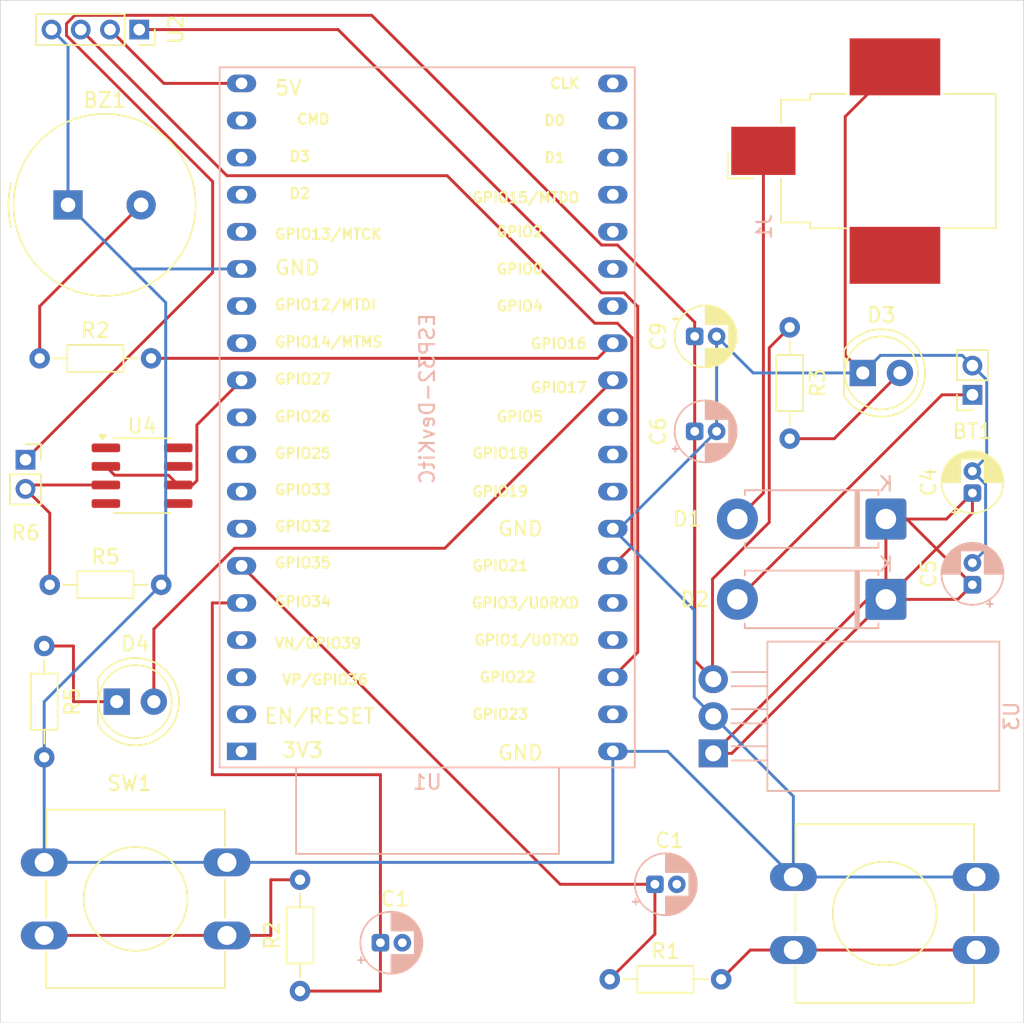
<source format=kicad_pcb>
(kicad_pcb (version 20241229) (generator "pcbnew") (generator_version "9.0")
  (layers (0 "F.Cu" signal) (2 "B.Cu" signal) (13 "F.Paste" user) (15 "B.Paste" user) (5 "F.SilkS" user "F.Silkscreen") (7 "B.SilkS" user "B.Silkscreen") (1 "F.Mask" user) (3 "B.Mask" user) (25 "Edge.Cuts" user))
  (net 0 "")
  (net 2 "Net-(D1-A)")
  (net 3 "GND")
  (net 4 "Net-(D1-K)")
  (net 9 "Net-(U4-+)")
  (net 10 "+5VD")
  (net 12 "Net-(BT1-+)")
  (net 13 "Net-(BZ1--)")
  (net 14 "/Bouton Tare/GPIO 34")
  (net 15 "/Bouton Valider Tarage/GPIO 35")
  (net 16 "Net-(D3-A)")
  (net 17 "Net-(D4-K)")
  (net 23 "/GPIO 16")
  (net 24 "unconnected-(U1-CHIP_PU-Pad2)")
  (net 26 "/GPIO 21")
  (net 29 "/GPIO 22")
  (net 35 "/GPIO 27")
  (net 38 "/GPIO 35")
  (net 47 "/GPIO 17")
  (net 49 "/GPIO 34")
  (net 50 "+3.3V")
  (net 52 "+5V")
  (footprint "Button_Switch_THT:SW_PUSH-12mm" (layer "F.Cu") (at 162.09828 126.24828)
    (property "Reference" "SW2" (hide yes))
    (property "Value" "SW_Push")
    (pad "1" thru_hole oval (at 0 0) (size 3.2 1.9) (drill 1.3) (layers "*.Cu" "*.Mask") (net 3 "GND"))
    (pad "1" thru_hole oval (at 12.5 0) (size 3.2 1.9) (drill 1.3) (layers "*.Cu" "*.Mask") (net 3 "GND"))
    (pad "2" thru_hole oval (at 0 5) (size 3.2 1.9) (drill 1.3) (layers "*.Cu" "*.Mask") (net 15 "/Bouton Valider Tarage/GPIO 35"))
    (pad "2" thru_hole oval (at 12.5 5) (size 3.2 1.9) (drill 1.3) (layers "*.Cu" "*.Mask") (net 15 "/Bouton Valider Tarage/GPIO 35"))
  )
  (footprint "Buzzer_Beeper:Buzzer_TDK_PS1240P02BT_D12.2mm_H6.5mm" (layer "F.Cu") (at 112.477496 80.24828)
    (property "Reference" "BZ1" (at 2.5 -7.17 0) (layer "F.SilkS"))
    (property "Value" "Buzzer")
    (pad "1" thru_hole rect (at 0 0) (size 2 2) (drill 1) (layers "*.Cu" "*.Mask") (net 3 "GND"))
    (pad "2" thru_hole circle (at 5 0) (size 2 2) (drill 1) (layers "*.Cu" "*.Mask") (net 13 "Net-(BZ1--)"))
  )
  (footprint "Resistor_THT:R_Axial_DIN0204_L3.6mm_D1.6mm_P7.62mm_Horizontal" (layer "F.Cu") (at 149.53828 133.24828)
    (property "Reference" "R1" (at 3.81 -1.92 0) (layer "F.SilkS"))
    (property "Value" "10kΩ")
    (pad "1" thru_hole circle (at 0 0) (size 1.4 1.4) (drill 0.7) (layers "*.Cu" "*.Mask") (net 38 "/GPIO 35"))
    (pad "2" thru_hole circle (at 7.62 0) (size 1.4 1.4) (drill 0.7) (layers "*.Cu" "*.Mask") (net 15 "/Bouton Valider Tarage/GPIO 35"))
  )
  (footprint "Resistor_THT:R_Axial_DIN0204_L3.6mm_D1.6mm_P7.62mm_Horizontal" (layer "F.Cu") (at 128.34828 134.05828 90)
    (property "Reference" "R2" (at 3.81 -1.92 90) (layer "F.SilkS"))
    (property "Value" "10kΩ")
    (pad "1" thru_hole circle (at 0 0 90) (size 1.4 1.4) (drill 0.7) (layers "*.Cu" "*.Mask") (net 49 "/GPIO 34"))
    (pad "2" thru_hole circle (at 7.62 0 90) (size 1.4 1.4) (drill 0.7) (layers "*.Cu" "*.Mask") (net 14 "/Bouton Tare/GPIO 34"))
  )
  (footprint "Connector_PinSocket_2.00mm:PinSocket_1x02_P2.00mm_Vertical" (layer "F.Cu") (at 174.34828 93.24828 180)
    (property "Reference" "BT1" (at 0 -2.5 -0) (layer "F.SilkS"))
    (property "Value" "Battery")
    (pad "1" thru_hole rect (at 0 0 180) (size 1.35 1.35) (drill 0.8) (layers "*.Cu" "*.Mask") (net 12 "Net-(BT1-+)"))
    (pad "2" thru_hole circle (at 0 2 180) (size 1.35 1.35) (drill 0.8) (layers "*.Cu" "*.Mask") (net 3 "GND"))
  )
  (footprint "LED_THT:LED_D5.0mm" (layer "F.Cu") (at 115.80828 114.24828)
    (property "Reference" "D4" (at 1.27 -3.96 0) (layer "F.SilkS"))
    (property "Value" "LED")
    (pad "1" thru_hole rect (at 0 0) (size 1.8 1.8) (drill 0.9) (layers "*.Cu" "*.Mask") (net 17 "Net-(D4-K)"))
    (pad "2" thru_hole circle (at 2.54 0) (size 1.8 1.8) (drill 0.9) (layers "*.Cu" "*.Mask") (net 47 "/GPIO 17"))
  )
  (footprint "Capacitor_THT:CP_Radial_D4.0mm_P1.50mm" (layer "F.Cu") (at 174.34828 99.97088 90)
    (property "Reference" "C4" (at 0.75 -3 90) (layer "F.SilkS"))
    (property "Value" "10µF")
    (pad "1" thru_hole roundrect (at 0 0 90) (size 1.2 1.2) (drill 0.6) (layers "*.Cu" "*.Mask") (roundrect_rratio 0.208333) (net 4 "Net-(D1-K)"))
    (pad "2" thru_hole circle (at 1.5 0 90) (size 1.2 1.2) (drill 0.6) (layers "*.Cu" "*.Mask") (net 3 "GND"))
  )
  (footprint "Package_SO:SOIC-8_3.9x4.9mm_P1.27mm" (layer "F.Cu") (at 117.54228 98.78228)
    (property "Reference" "U4" (at 0 -3.4 -0) (layer "F.SilkS"))
    (property "Value" "OP1177AR")
    (pad "1" smd roundrect (at -2.475 -1.905) (size 1.95 0.6) (layers "F.Cu" "F.Mask" "F.Paste"))
    (pad "2" smd roundrect (at -2.475 -0.635) (size 1.95 0.6) (layers "F.Cu" "F.Mask" "F.Paste") (net 35 "/GPIO 27"))
    (pad "3" smd roundrect (at -2.475 0.635) (size 1.95 0.6) (layers "F.Cu" "F.Mask" "F.Paste") (net 9 "Net-(U4-+)"))
    (pad "4" smd roundrect (at -2.475 1.905) (size 1.95 0.6) (layers "F.Cu" "F.Mask" "F.Paste"))
    (pad "5" smd roundrect (at 2.475 1.905) (size 1.95 0.6) (layers "F.Cu" "F.Mask" "F.Paste"))
    (pad "6" smd roundrect (at 2.475 0.635) (size 1.95 0.6) (layers "F.Cu" "F.Mask" "F.Paste") (net 35 "/GPIO 27"))
    (pad "7" smd roundrect (at 2.475 -0.635) (size 1.95 0.6) (layers "F.Cu" "F.Mask" "F.Paste"))
    (pad "8" smd roundrect (at 2.475 -1.905) (size 1.95 0.6) (layers "F.Cu" "F.Mask" "F.Paste"))
  )
  (footprint "Connector_PinSocket_2.00mm:PinSocket_1x04_P2.00mm_Vertical" (layer "F.Cu") (at 117.34828 68.24828 -90)
    (property "Reference" "U2" (at 0 -2.5 90) (layer "F.SilkS"))
    (property "Value" "LCD-016N002L")
    (pad "1" thru_hole rect (at 0 0 270) (size 1.35 1.35) (drill 0.8) (layers "*.Cu" "*.Mask") (net 29 "/GPIO 22"))
    (pad "2" thru_hole circle (at 0 2 270) (size 1.35 1.35) (drill 0.8) (layers "*.Cu" "*.Mask") (net 52 "+5V"))
    (pad "3" thru_hole circle (at 0 4 270) (size 1.35 1.35) (drill 0.8) (layers "*.Cu" "*.Mask") (net 26 "/GPIO 21"))
    (pad "4" thru_hole circle (at 0 6 270) (size 1.35 1.35) (drill 0.8) (layers "*.Cu" "*.Mask") (net 3 "GND"))
  )
  (footprint "Resistor_THT:R_Axial_DIN0204_L3.6mm_D1.6mm_P7.62mm_Horizontal" (layer "F.Cu") (at 110.53828 90.74828)
    (property "Reference" "R2" (at 3.81 -1.92 0) (layer "F.SilkS"))
    (property "Value" "330Ω")
    (pad "1" thru_hole circle (at 0 0) (size 1.4 1.4) (drill 0.7) (layers "*.Cu" "*.Mask") (net 13 "Net-(BZ1--)"))
    (pad "2" thru_hole circle (at 7.62 0) (size 1.4 1.4) (drill 0.7) (layers "*.Cu" "*.Mask") (net 23 "/GPIO 16"))
  )
  (footprint "Resistor_THT:R_Axial_DIN0204_L3.6mm_D1.6mm_P7.62mm_Horizontal" (layer "F.Cu") (at 110.84828 110.43828 -90)
    (property "Reference" "R5" (at 3.81 -1.92 90) (layer "F.SilkS"))
    (property "Value" "220Ω")
    (pad "1" thru_hole circle (at 0 0 270) (size 1.4 1.4) (drill 0.7) (layers "*.Cu" "*.Mask") (net 17 "Net-(D4-K)"))
    (pad "2" thru_hole circle (at 7.62 0 270) (size 1.4 1.4) (drill 0.7) (layers "*.Cu" "*.Mask") (net 3 "GND"))
  )
  (footprint "Capacitor_THT:CP_Radial_D4.0mm_P1.50mm" (layer "F.Cu") (at 155.34828 89.24828)
    (property "Reference" "C9" (at -2.5 0 90) (layer "F.SilkS"))
    (property "Value" "10µF")
    (pad "1" thru_hole roundrect (at 0 0) (size 1.2 1.2) (drill 0.6) (layers "*.Cu" "*.Mask") (roundrect_rratio 0.208333) (net 10 "+5VD"))
    (pad "2" thru_hole circle (at 1.5 0) (size 1.2 1.2) (drill 0.6) (layers "*.Cu" "*.Mask") (net 3 "GND"))
  )
  (footprint "Resistor_THT:R_Axial_DIN0204_L3.6mm_D1.6mm_P7.62mm_Horizontal" (layer "F.Cu") (at 111.22828 106.24828)
    (property "Reference" "R5" (at 3.81 -1.92 0) (layer "F.SilkS"))
    (property "Value" "330Ω")
    (pad "1" thru_hole circle (at 0 0) (size 1.4 1.4) (drill 0.7) (layers "*.Cu" "*.Mask") (net 9 "Net-(U4-+)"))
    (pad "2" thru_hole circle (at 7.62 0) (size 1.4 1.4) (drill 0.7) (layers "*.Cu" "*.Mask") (net 3 "GND"))
  )
  (footprint "Connector_BarrelJack:BarrelJack_CUI_PJ-036AH-SMT_Horizontal" (layer "F.Cu") (at 165.84828 77.24828 90)
    (property "Reference" "J1" (at -4.5 -5.75 90) (layer "B.SilkS") (effects (justify mirror)))
    (property "Value" "Barrel_Jack_Switch_Pin3Ring")
    (pad "" np_thru_hole circle (at 0 7 90) (size 2 2) (drill 2) (layers "*.Cu" "*.Mask"))
    (pad "1" smd rect (at 0.7 -5.8 90) (size 3.3 4.4) (layers "F.Cu" "F.Mask" "F.Paste") (net 2 "Net-(D1-A)"))
    (pad "2" smd rect (at -6.45 3.2 90) (size 3.9 6.2) (layers "F.Cu" "F.Mask" "F.Paste"))
    (pad "3" smd rect (at 6.45 3.2 90) (size 3.9 6.2) (layers "F.Cu" "F.Mask" "F.Paste") (net 3 "GND"))
  )
  (footprint "Connector_PinSocket_2.00mm:PinSocket_1x02_P2.00mm_Vertical" (layer "F.Cu") (at 109.56728 97.68728)
    (property "Reference" "R6" (at 0 5 -0) (layer "F.SilkS"))
    (property "Value" "X")
    (pad "1" thru_hole rect (at 0 0) (size 1.35 1.35) (drill 0.8) (layers "*.Cu" "*.Mask") (net 10 "+5VD"))
    (pad "2" thru_hole circle (at 0 2) (size 1.35 1.35) (drill 0.8) (layers "*.Cu" "*.Mask") (net 9 "Net-(U4-+)"))
  )
  (footprint "LED_THT:LED_D5.0mm" (layer "F.Cu") (at 166.84828 91.74828)
    (property "Reference" "D3" (at 1.27 -3.96 0) (layer "F.SilkS"))
    (property "Value" "LED")
    (pad "1" thru_hole rect (at 0 0) (size 1.8 1.8) (drill 0.9) (layers "*.Cu" "*.Mask") (net 3 "GND"))
    (pad "2" thru_hole circle (at 2.54 0) (size 1.8 1.8) (drill 0.9) (layers "*.Cu" "*.Mask") (net 16 "Net-(D3-A)"))
  )
  (footprint "Resistor_THT:R_Axial_DIN0204_L3.6mm_D1.6mm_P7.62mm_Horizontal" (layer "F.Cu") (at 161.84828 88.62828 -90)
    (property "Reference" "R3" (at 3.81 -1.92 90) (layer "F.SilkS"))
    (property "Value" "220Ω")
    (pad "1" thru_hole circle (at 0 0 270) (size 1.4 1.4) (drill 0.7) (layers "*.Cu" "*.Mask") (net 10 "+5VD"))
    (pad "2" thru_hole circle (at 7.62 0 270) (size 1.4 1.4) (drill 0.7) (layers "*.Cu" "*.Mask") (net 16 "Net-(D3-A)"))
  )
  (footprint "Button_Switch_THT:SW_PUSH-12mm" (layer "F.Cu") (at 110.84828 125.24828)
    (property "Reference" "SW1" (at 5.83 -5.41 0) (layer "F.SilkS"))
    (property "Value" "SW_Push")
    (pad "1" thru_hole oval (at 0 0) (size 3.2 1.9) (drill 1.3) (layers "*.Cu" "*.Mask") (net 3 "GND"))
    (pad "1" thru_hole oval (at 12.5 0) (size 3.2 1.9) (drill 1.3) (layers "*.Cu" "*.Mask") (net 3 "GND"))
    (pad "2" thru_hole oval (at 0 5) (size 3.2 1.9) (drill 1.3) (layers "*.Cu" "*.Mask") (net 14 "/Bouton Tare/GPIO 34"))
    (pad "2" thru_hole oval (at 12.5 5) (size 3.2 1.9) (drill 1.3) (layers "*.Cu" "*.Mask") (net 14 "/Bouton Tare/GPIO 34"))
  )
  (footprint "Diode_THT:D_5W_P10.16mm_Horizontal" (layer "B.Cu") (at 168.42828 101.74828 180)
    (property "Reference" "D1" (at 13.58 0 0) (layer "F.SilkS"))
    (property "Value" "D" (hide yes))
    (fp_text user "K" (at 0 2.4 0) (layer "B.SilkS") (effects (justify mirror)))
    (pad "1" thru_hole roundrect (at 0 0 180) (size 2.8 2.8) (drill 1.4) (layers "*.Cu" "*.Mask") (roundrect_rratio 0.089286) (net 4 "Net-(D1-K)"))
    (pad "2" thru_hole circle (at 10.16 0 180) (size 2.8 2.8) (drill 1.4) (layers "*.Cu" "*.Mask") (net 2 "Net-(D1-A)"))
  )
  (footprint "Capacitor_THT:CP_Radial_D4.0mm_P1.50mm" (layer "B.Cu") (at 174.34828 106.24828 90)
    (property "Reference" "C5" (at 0.75 -3 90) (layer "F.SilkS"))
    (property "Value" "100nF")
    (pad "1" thru_hole roundrect (at 0 0 90) (size 1.2 1.2) (drill 0.6) (layers "*.Cu" "*.Mask") (roundrect_rratio 0.208333) (net 4 "Net-(D1-K)"))
    (pad "2" thru_hole circle (at 1.5 0 90) (size 1.2 1.2) (drill 0.6) (layers "*.Cu" "*.Mask") (net 3 "GND"))
  )
  (footprint "Capacitor_THT:CP_Radial_D4.0mm_P1.50mm" (layer "B.Cu") (at 155.34828 95.74828)
    (property "Reference" "C6" (at -2.5 0 90) (layer "F.SilkS"))
    (property "Value" "100nF")
    (pad "1" thru_hole roundrect (at 0 0) (size 1.2 1.2) (drill 0.6) (layers "*.Cu" "*.Mask") (roundrect_rratio 0.208333) (net 10 "+5VD"))
    (pad "2" thru_hole circle (at 1.5 0) (size 1.2 1.2) (drill 0.6) (layers "*.Cu" "*.Mask") (net 3 "GND"))
  )
  (footprint "PCM_Espressif:ESP32-DevKitC" (layer "B.Cu") (at 124.34828 117.65172)
    (property "Reference" "U1" (at 12.7 2.1 0) (layer "B.SilkS") (effects (justify mirror)))
    (property "Value" "ESP32-DevKitC" (at 12.7 -24.13 90) (layer "B.SilkS") (effects (justify mirror)))
    (fp_text user "GPIO4" (at 20.7 -30.48 0) (layer "F.SilkS") (effects (font (size 0.7 0.7)) (justify right)))
    (fp_text user "VP/GPIO36" (at 2.7 -4.90344 0) (layer "F.SilkS") (effects (font (size 0.7 0.7)) (justify left)))
    (fp_text user "D1" (at 22.2 -40.64 0) (layer "F.SilkS") (effects (font (size 0.7 0.7)) (justify right)))
    (fp_text user "GPIO16" (at 23.7 -27.90344 0) (layer "F.SilkS") (effects (font (size 0.7 0.7)) (justify right)))
    (fp_text user "GPIO35" (at 2.2 -12.90344 0) (layer "F.SilkS") (effects (font (size 0.7 0.7)) (justify left)))
    (fp_text user "GPIO21" (at 19.7 -12.7 0) (layer "F.SilkS") (effects (font (size 0.7 0.7)) (justify right)))
    (fp_text user "VN/GPIO39" (at 2.2 -7.40344 0) (layer "F.SilkS") (effects (font (size 0.7 0.7)) (justify left)))
    (fp_text user "GPIO17" (at 23.7 -24.90344 0) (layer "F.SilkS") (effects (font (size 0.7 0.7)) (justify right)))
    (fp_text user "5V" (at 2.2 -45.40344 0) (layer "F.SilkS") (effects (justify left)))
    (fp_text user "3V3" (at 2.7 -0.08344 0) (layer "F.SilkS") (effects (justify left)))
    (fp_text user "GPIO32" (at 2.2 -15.40344 0) (layer "F.SilkS") (effects (font (size 0.7 0.7)) (justify left)))
    (fp_text user "CMD" (at 3.7 -43.26344 0) (layer "F.SilkS") (effects (font (size 0.7 0.7)) (justify left)))
    (fp_text user "CLK" (at 23.2 -45.72 0) (layer "F.SilkS") (effects (font (size 0.7 0.7)) (justify right)))
    (fp_text user "GPIO23" (at 19.7 -2.54 0) (layer "F.SilkS") (effects (font (size 0.7 0.7)) (justify right)))
    (fp_text user "GPIO33" (at 2.2 -17.90344 0) (layer "F.SilkS") (effects (font (size 0.7 0.7)) (justify left)))
    (fp_text user "GND" (at 20.7 0.09656 0) (layer "F.SilkS") (effects (justify right)))
    (fp_text user "GND" (at 2.2 -33.10344 0) (layer "F.SilkS") (effects (justify left)))
    (fp_text user "D0" (at 22.2 -43.18 0) (layer "F.SilkS") (effects (font (size 0.7 0.7)) (justify right)))
    (fp_text user "GPIO2" (at 20.7 -35.56 0) (layer "F.SilkS") (effects (font (size 0.7 0.7)) (justify right)))
    (fp_text user "GPIO19" (at 19.7 -17.78 0) (layer "F.SilkS") (effects (font (size 0.7 0.7)) (justify right)))
    (fp_text user "GPIO3/U0RXD" (at 23.2 -10.16 0) (layer "F.SilkS") (effects (font (size 0.7 0.7)) (justify right)))
    (fp_text user "GPIO5" (at 20.7 -22.90344 0) (layer "F.SilkS") (effects (font (size 0.7 0.7)) (justify right)))
    (fp_text user "D2" (at 3.2 -38.18344 0) (layer "F.SilkS") (effects (font (size 0.7 0.7)) (justify left)))
    (fp_text user "GPIO0" (at 20.7 -33.02 0) (layer "F.SilkS") (effects (font (size 0.7 0.7)) (justify right)))
    (fp_text user "GPIO26" (at 2.2 -22.90344 0) (layer "F.SilkS") (effects (font (size 0.7 0.7)) (justify left)))
    (fp_text user "EN/RESET" (at 9.2 -2.40344 0) (layer "F.SilkS") (effects (justify right)))
    (fp_text user "GPIO1/U0TXD" (at 23.2 -7.62 0) (layer "F.SilkS") (effects (font (size 0.7 0.7)) (justify right)))
    (fp_text user "GPIO27" (at 2.2 -25.48344 0) (layer "F.SilkS") (effects (font (size 0.7 0.7)) (justify left)))
    (fp_text user "GPIO14/MTMS" (at 2.2 -28.02344 0) (layer "F.SilkS") (effects (font (size 0.7 0.7)) (justify left)))
    (fp_text user "D3" (at 3.2 -40.72344 0) (layer "F.SilkS") (effects (font (size 0.7 0.7)) (justify left)))
    (fp_text user "GPIO34" (at 2.2 -10.24344 0) (layer "F.SilkS") (effects (font (size 0.7 0.7)) (justify left)))
    (fp_text user "GPIO13/MTCK" (at 2.2 -35.40344 0) (layer "F.SilkS") (effects (font (size 0.7 0.7)) (justify left)))
    (fp_text user "GPIO25" (at 2.2 -20.40344 0) (layer "F.SilkS") (effects (font (size 0.7 0.7)) (justify left)))
    (fp_text user "GPIO12/MTDI" (at 2.2 -30.56344 0) (layer "F.SilkS") (effects (font (size 0.7 0.7)) (justify left)))
    (fp_text user "GPIO22" (at 20.2 -5.08 0) (layer "F.SilkS") (effects (font (size 0.7 0.7)) (justify right)))
    (fp_text user "GPIO18" (at 19.7 -20.40344 0) (layer "F.SilkS") (effects (font (size 0.7 0.7)) (justify right)))
    (fp_text user "GPIO15/MTDO" (at 23.2 -37.90344 0) (layer "F.SilkS") (effects (font (size 0.7 0.7)) (justify right)))
    (fp_text user "GND" (at 20.7 -15.24 0) (layer "F.SilkS") (effects (justify right)))
    (pad "1" thru_hole rect (at 0 0 90) (size 1.2 2) (drill 0.8) (layers "*.Cu" "*.Mask") (net 50 "+3.3V"))
    (pad "2" thru_hole oval (at 0 -2.54 90) (size 1.2 2) (drill 0.8) (layers "*.Cu" "*.Mask") (net 24 "unconnected-(U1-CHIP_PU-Pad2)"))
    (pad "3" thru_hole oval (at 0 -5.08 90) (size 1.2 2) (drill 0.8) (layers "*.Cu" "*.Mask"))
    (pad "4" thru_hole oval (at 0 -7.62 90) (size 1.2 2) (drill 0.8) (layers "*.Cu" "*.Mask"))
    (pad "5" thru_hole oval (at 0 -10.16 90) (size 1.2 2) (drill 0.8) (layers "*.Cu" "*.Mask") (net 49 "/GPIO 34"))
    (pad "6" thru_hole oval (at 0 -12.7 90) (size 1.2 2) (drill 0.8) (layers "*.Cu" "*.Mask") (net 38 "/GPIO 35"))
    (pad "7" thru_hole oval (at 0 -15.24 90) (size 1.2 2) (drill 0.8) (layers "*.Cu" "*.Mask"))
    (pad "8" thru_hole oval (at 0 -17.78 90) (size 1.2 2) (drill 0.8) (layers "*.Cu" "*.Mask"))
    (pad "9" thru_hole oval (at 0 -20.32 90) (size 1.2 2) (drill 0.8) (layers "*.Cu" "*.Mask"))
    (pad "10" thru_hole oval (at 0 -22.86 90) (size 1.2 2) (drill 0.8) (layers "*.Cu" "*.Mask"))
    (pad "11" thru_hole oval (at 0 -25.4 90) (size 1.2 2) (drill 0.8) (layers "*.Cu" "*.Mask") (net 35 "/GPIO 27"))
    (pad "12" thru_hole oval (at 0 -27.94 90) (size 1.2 2) (drill 0.8) (layers "*.Cu" "*.Mask"))
    (pad "13" thru_hole oval (at 0 -30.48 90) (size 1.2 2) (drill 0.8) (layers "*.Cu" "*.Mask"))
    (pad "14" thru_hole oval (at 0 -33.02 270) (size 1.2 2) (drill 0.8) (layers "*.Cu" "*.Mask") (net 3 "GND"))
    (pad "15" thru_hole oval (at 0 -35.56 90) (size 1.2 2) (drill 0.8) (layers "*.Cu" "*.Mask"))
    (pad "16" thru_hole oval (at 0 -38.1 90) (size 1.2 2) (drill 0.8) (layers "*.Cu" "*.Mask"))
    (pad "17" thru_hole oval (at 0 -40.64 90) (size 1.2 2) (drill 0.8) (layers "*.Cu" "*.Mask"))
    (pad "18" thru_hole oval (at 0 -43.18 90) (size 1.2 2) (drill 0.8) (layers "*.Cu" "*.Mask"))
    (pad "19" thru_hole oval (at 0 -45.72 90) (size 1.2 2) (drill 0.8) (layers "*.Cu" "*.Mask") (net 52 "+5V"))
    (pad "20" thru_hole oval (at 25.39632 -45.71728 90) (size 1.2 2) (drill 0.8) (layers "*.Cu" "*.Mask"))
    (pad "21" thru_hole oval (at 25.39632 -43.17728 90) (size 1.2 2) (drill 0.8) (layers "*.Cu" "*.Mask"))
    (pad "22" thru_hole oval (at 25.4 -40.64 90) (size 1.2 2) (drill 0.8) (layers "*.Cu" "*.Mask"))
    (pad "23" thru_hole oval (at 25.4 -38.1 90) (size 1.2 2) (drill 0.8) (layers "*.Cu" "*.Mask"))
    (pad "24" thru_hole oval (at 25.4 -35.56 90) (size 1.2 2) (drill 0.8) (layers "*.Cu" "*.Mask"))
    (pad "25" thru_hole oval (at 25.4 -33.02 90) (size 1.2 2) (drill 0.8) (layers "*.Cu" "*.Mask"))
    (pad "26" thru_hole oval (at 25.4 -30.48 90) (size 1.2 2) (drill 0.8) (layers "*.Cu" "*.Mask"))
    (pad "27" thru_hole oval (at 25.4 -27.94 270) (size 1.2 2) (drill 0.8) (layers "*.Cu" "*.Mask") (net 23 "/GPIO 16"))
    (pad "28" thru_hole oval (at 25.4 -25.4 90) (size 1.2 2) (drill 0.8) (layers "*.Cu" "*.Mask") (net 47 "/GPIO 17"))
    (pad "29" thru_hole oval (at 25.4 -22.86 90) (size 1.2 2) (drill 0.8) (layers "*.Cu" "*.Mask"))
    (pad "30" thru_hole oval (at 25.4 -20.32 90) (size 1.2 2) (drill 0.8) (layers "*.Cu" "*.Mask"))
    (pad "31" thru_hole oval (at 25.4 -17.78 90) (size 1.2 2) (drill 0.8) (layers "*.Cu" "*.Mask"))
    (pad "32" thru_hole oval (at 25.4 -15.24 270) (size 1.2 2) (drill 0.8) (layers "*.Cu" "*.Mask") (net 3 "GND"))
    (pad "33" thru_hole oval (at 25.4 -12.7 90) (size 1.2 2) (drill 0.8) (layers "*.Cu" "*.Mask") (net 26 "/GPIO 21"))
    (pad "34" thru_hole oval (at 25.4 -10.16 90) (size 1.2 2) (drill 0.8) (layers "*.Cu" "*.Mask"))
    (pad "35" thru_hole oval (at 25.4 -7.62 90) (size 1.2 2) (drill 0.8) (layers "*.Cu" "*.Mask"))
    (pad "36" thru_hole oval (at 25.4 -5.08 90) (size 1.2 2) (drill 0.8) (layers "*.Cu" "*.Mask") (net 29 "/GPIO 22"))
    (pad "37" thru_hole oval (at 25.4 -2.54 90) (size 1.2 2) (drill 0.8) (layers "*.Cu" "*.Mask"))
    (pad "38" thru_hole oval (at 25.4 0 90) (size 1.2 2) (drill 0.8) (layers "*.Cu" "*.Mask") (net 3 "GND"))
  )
  (footprint "Capacitor_THT:CP_Radial_D4.0mm_P1.50mm" (layer "B.Cu") (at 152.625681 126.74828)
    (property "Reference" "C1" (at 1 -3 0) (layer "F.SilkS"))
    (property "Value" "680nF")
    (pad "1" thru_hole roundrect (at 0 0) (size 1.2 1.2) (drill 0.6) (layers "*.Cu" "*.Mask") (roundrect_rratio 0.208333) (net 38 "/GPIO 35"))
    (pad "2" thru_hole circle (at 1.5 0) (size 1.2 1.2) (drill 0.6) (layers "*.Cu" "*.Mask"))
  )
  (footprint "Diode_THT:D_5W_P10.16mm_Horizontal" (layer "B.Cu") (at 168.42828 107.24828 180)
    (property "Reference" "D2" (at 13.08 0 0) (layer "F.SilkS"))
    (property "Value" "D" (hide yes))
    (fp_text user "K" (at 0 2.4 0) (layer "B.SilkS") (effects (justify mirror)))
    (pad "1" thru_hole roundrect (at 0 0 180) (size 2.8 2.8) (drill 1.4) (layers "*.Cu" "*.Mask") (roundrect_rratio 0.089286) (net 4 "Net-(D1-K)"))
    (pad "2" thru_hole circle (at 10.16 0 180) (size 2.8 2.8) (drill 1.4) (layers "*.Cu" "*.Mask") (net 12 "Net-(BT1-+)"))
  )
  (footprint "Capacitor_THT:CP_Radial_D4.0mm_P1.50mm" (layer "B.Cu") (at 133.84828 130.74828)
    (property "Reference" "C1" (at 1 -3 0) (layer "F.SilkS"))
    (property "Value" "680nF")
    (pad "1" thru_hole roundrect (at 0 0) (size 1.2 1.2) (drill 0.6) (layers "*.Cu" "*.Mask") (roundrect_rratio 0.208333) (net 49 "/GPIO 34"))
    (pad "2" thru_hole circle (at 1.5 0) (size 1.2 1.2) (drill 0.6) (layers "*.Cu" "*.Mask"))
  )
  (footprint "Package_TO_SOT_THT:TO-220-3_Horizontal_TabDown" (layer "B.Cu") (at 156.61828 117.78828 90)
    (property "Reference" "U3" (at 2.54 20.41 90) (layer "B.SilkS") (effects (justify mirror)))
    (property "Value" "LM7805_TO220")
    (pad "" np_thru_hole circle (at 2.54 16.66 90) (size 3.5 3.5) (drill 3.5) (layers "*.Cu" "*.Mask"))
    (pad "1" thru_hole rect (at 0 0 90) (size 1.905 2) (drill 1.1) (layers "*.Cu" "*.Mask") (net 4 "Net-(D1-K)"))
    (pad "2" thru_hole oval (at 2.54 0 90) (size 1.905 2) (drill 1.1) (layers "*.Cu" "*.Mask") (net 3 "GND"))
    (pad "3" thru_hole oval (at 5.08 0 90) (size 1.905 2) (drill 1.1) (layers "*.Cu" "*.Mask") (net 10 "+5VD"))
  )
  (gr_rect (start 107.84828 66.24828) (end 177.84828 136.24828) (stroke (width 0.05)) (fill no) (layer "Edge.Cuts"))
  (segment (start 160.04828 99.96828) (end 158.26828 101.74828) (width 0.2) (layer "F.Cu") (net 2))
  (segment (start 160.04828 76.54828) (end 160.04828 99.96828) (width 0.2) (layer "F.Cu") (net 2))
  (segment (start 165.64728 90.54728) (end 166.84828 91.74828) (width 0.2) (layer "F.Cu") (net 3))
  (segment (start 165.64728 74.19928) (end 165.64728 90.54728) (width 0.2) (layer "F.Cu") (net 3))
  (segment (start 169.04828 70.79828) (end 165.64728 74.19928) (width 0.2) (layer "F.Cu") (net 3))
  (segment (start 156.84828 89.24828) (end 159.34828 91.74828) (width 0.2) (layer "B.Cu") (net 3))
  (segment (start 173.64728 90.54728) (end 174.34828 91.24828) (width 0.2) (layer "B.Cu") (net 3))
  (segment (start 111.34828 68.24828) (end 112.477496 69.377496) (width 0.2) (layer "B.Cu") (net 3))
  (segment (start 118.84828 106.24828) (end 119.15928 105.93728) (width 0.2) (layer "B.Cu") (net 3))
  (segment (start 123.34828 125.24828) (end 149.74828 125.24828) (width 0.2) (layer "B.Cu") (net 3))
  (segment (start 110.84828 125.24828) (end 123.34828 125.24828) (width 0.2) (layer "B.Cu") (net 3))
  (segment (start 149.74828 117.65172) (end 153.501722 117.65172) (width 0.2) (layer "B.Cu") (net 3))
  (segment (start 166.84828 91.74828) (end 168.04928 90.54728) (width 0.2) (layer "B.Cu") (net 3))
  (segment (start 112.477496 80.24828) (end 116.860936 84.63172) (width 0.2) (layer "B.Cu") (net 3))
  (segment (start 110.84828 118.05828) (end 110.84828 125.24828) (width 0.2) (layer "B.Cu") (net 3))
  (segment (start 149.74828 125.24828) (end 149.74828 117.65172) (width 0.2) (layer "B.Cu") (net 3))
  (segment (start 155.31728 113.94728) (end 155.31728 107.98072) (width 0.2) (layer "B.Cu") (net 3))
  (segment (start 119.15928 105.93728) (end 119.15928 86.930064) (width 0.2) (layer "B.Cu") (net 3))
  (segment (start 162.09828 120.72828) (end 156.61828 115.24828) (width 0.2) (layer "B.Cu") (net 3))
  (segment (start 156.61828 115.24828) (end 156.34828 115.24828) (width 0.2) (layer "B.Cu") (net 3))
  (segment (start 156.61828 115.24828) (end 155.31728 113.94728) (width 0.2) (layer "B.Cu") (net 3))
  (segment (start 168.04928 90.54728) (end 173.64728 90.54728) (width 0.2) (layer "B.Cu") (net 3))
  (segment (start 118.84828 106.24828) (end 110.84828 114.24828) (width 0.2) (layer "B.Cu") (net 3))
  (segment (start 149.74828 117.65172) (end 150.34828 117.65172) (width 0.2) (layer "B.Cu") (net 3))
  (segment (start 150.18484 102.41172) (end 156.84828 95.74828) (width 0.2) (layer "B.Cu") (net 3))
  (segment (start 162.09828 126.24828) (end 174.59828 126.24828) (width 0.2) (layer "B.Cu") (net 3))
  (segment (start 174.34828 98.47088) (end 175.24928 99.37188) (width 0.2) (layer "B.Cu") (net 3))
  (segment (start 116.860936 84.63172) (end 124.34828 84.63172) (width 0.2) (layer "B.Cu") (net 3))
  (segment (start 112.477496 69.377496) (end 112.477496 80.24828) (width 0.2) (layer "B.Cu") (net 3))
  (segment (start 153.501722 117.65172) (end 162.09828 126.248278) (width 0.2) (layer "B.Cu") (net 3))
  (segment (start 156.84828 95.74828) (end 156.84828 89.24828) (width 0.2) (layer "B.Cu") (net 3))
  (segment (start 175.24928 99.37188) (end 175.24928 103.84728) (width 0.2) (layer "B.Cu") (net 3))
  (segment (start 174.34828 91.24828) (end 175.32428 92.22428) (width 0.2) (layer "B.Cu") (net 3))
  (segment (start 110.84828 114.24828) (end 110.84828 118.05828) (width 0.2) (layer "B.Cu") (net 3))
  (segment (start 162.09828 126.24828) (end 162.09828 120.72828) (width 0.2) (layer "B.Cu") (net 3))
  (segment (start 175.32428 97.49488) (end 174.34828 98.47088) (width 0.2) (layer "B.Cu") (net 3))
  (segment (start 159.34828 91.74828) (end 166.84828 91.74828) (width 0.2) (layer "B.Cu") (net 3))
  (segment (start 175.24928 103.84728) (end 174.34828 104.74828) (width 0.2) (layer "B.Cu") (net 3))
  (segment (start 149.74828 102.41172) (end 150.18484 102.41172) (width 0.2) (layer "B.Cu") (net 3))
  (segment (start 175.32428 92.22428) (end 175.32428 97.49488) (width 0.2) (layer "B.Cu") (net 3))
  (segment (start 155.31728 107.98072) (end 149.74828 102.41172) (width 0.2) (layer "B.Cu") (net 3))
  (segment (start 119.15928 86.930064) (end 116.860936 84.63172) (width 0.2) (layer "B.Cu") (net 3))
  (segment (start 162.09828 126.248278) (end 162.09828 126.24828) (width 0.2) (layer "B.Cu") (net 3))
  (segment (start 173.34828 107.24828) (end 174.34828 106.24828) (width 0.2) (layer "F.Cu") (net 4))
  (segment (start 168.42828 105.97828) (end 156.61828 117.78828) (width 0.2) (layer "F.Cu") (net 4))
  (segment (start 169.84828 101.74828) (end 174.34828 106.24828) (width 0.2) (layer "F.Cu") (net 4))
  (segment (start 168.42828 107.24828) (end 173.34828 107.24828) (width 0.2) (layer "F.Cu") (net 4))
  (segment (start 168.42828 100.74828) (end 168.84828 100.74828) (width 0.2) (layer "F.Cu") (net 4))
  (segment (start 172.57088 101.74828) (end 174.34828 99.97088) (width 0.2) (layer "F.Cu") (net 4))
  (segment (start 168.42828 101.74828) (end 168.42828 105.97828) (width 0.2) (layer "F.Cu") (net 4))
  (segment (start 174.34828 101.32828) (end 174.34828 99.97088) (width 0.2) (layer "F.Cu") (net 4))
  (segment (start 168.42828 101.74828) (end 172.57088 101.74828) (width 0.2) (layer "F.Cu") (net 4))
  (segment (start 168.42828 107.24828) (end 157.88828 117.78828) (width 0.2) (layer "F.Cu") (net 4))
  (segment (start 168.42828 107.24828) (end 174.34828 101.32828) (width 0.2) (layer "F.Cu") (net 4))
  (segment (start 157.88828 117.78828) (end 156.61828 117.78828) (width 0.2) (layer "F.Cu") (net 4))
  (segment (start 168.42828 101.74828) (end 169.84828 101.74828) (width 0.2) (layer "F.Cu") (net 4))
  (segment (start 115.06728 99.41728) (end 109.83728 99.41728) (width 0.2) (layer "F.Cu") (net 9))
  (segment (start 109.83728 99.41728) (end 109.56728 99.68728) (width 0.2) (layer "F.Cu") (net 9))
  (segment (start 111.22828 101.34828) (end 111.22828 106.24828) (width 0.2) (layer "F.Cu") (net 9))
  (segment (start 109.56728 99.68728) (end 111.22828 101.34828) (width 0.2) (layer "F.Cu") (net 9))
  (segment (start 156.56728 105.854858) (end 160.44928 101.972858) (width 0.2) (layer "F.Cu") (net 10))
  (segment (start 122.369007 78.64928) (end 112.37228 68.652553) (width 0.2) (layer "F.Cu") (net 10))
  (segment (start 109.56728 97.68728) (end 122.369007 84.885553) (width 0.2) (layer "F.Cu") (net 10))
  (segment (start 155.34828 88.276073) (end 155.34828 89.24828) (width 0.2) (layer "F.Cu") (net 10))
  (segment (start 155.34828 111.43828) (end 155.34828 95.74828) (width 0.2) (layer "F.Cu") (net 10))
  (segment (start 112.37228 67.844007) (end 112.944007 67.27228) (width 0.2) (layer "F.Cu") (net 10))
  (segment (start 160.44928 90.02728) (end 161.84828 88.62828) (width 0.2) (layer "F.Cu") (net 10))
  (segment (start 155.34828 111.43828) (end 155.34828 89.24828) (width 0.2) (layer "F.Cu") (net 10))
  (segment (start 133.254634 67.27228) (end 148.975074 82.99272) (width 0.2) (layer "F.Cu") (net 10))
  (segment (start 112.37228 68.652553) (end 112.37228 67.844007) (width 0.2) (layer "F.Cu") (net 10))
  (segment (start 156.56728 112.65728) (end 156.56728 105.854858) (width 0.2) (layer "F.Cu") (net 10))
  (segment (start 148.975074 82.99272) (end 150.064927 82.99272) (width 0.2) (layer "F.Cu") (net 10))
  (segment (start 112.944007 67.27228) (end 133.254634 67.27228) (width 0.2) (layer "F.Cu") (net 10))
  (segment (start 156.61828 112.70828) (end 155.34828 111.43828) (width 0.2) (layer "F.Cu") (net 10))
  (segment (start 150.064927 82.99272) (end 155.34828 88.276073) (width 0.2) (layer "F.Cu") (net 10))
  (segment (start 160.44928 101.972858) (end 160.44928 90.02728) (width 0.2) (layer "F.Cu") (net 10))
  (segment (start 156.61828 112.70828) (end 156.56728 112.65728) (width 0.2) (layer "F.Cu") (net 10))
  (segment (start 122.369007 84.885553) (end 122.369007 78.64928) (width 0.2) (layer "F.Cu") (net 10))
  (segment (start 172.26828 93.24828) (end 158.26828 107.24828) (width 0.2) (layer "F.Cu") (net 12))
  (segment (start 174.34828 93.24828) (end 172.26828 93.24828) (width 0.2) (layer "F.Cu") (net 12))
  (segment (start 117.477496 80.24828) (end 110.53828 87.187496) (width 0.2) (layer "F.Cu") (net 13))
  (segment (start 110.53828 87.187496) (end 110.53828 90.74828) (width 0.2) (layer "F.Cu") (net 13))
  (segment (start 126.34828 130.24828) (end 126.34828 126.43828) (width 0.2) (layer "F.Cu") (net 14))
  (segment (start 126.34828 126.43828) (end 128.34828 126.43828) (width 0.2) (layer "F.Cu") (net 14))
  (segment (start 123.34828 130.24828) (end 126.34828 130.24828) (width 0.2) (layer "F.Cu") (net 14))
  (segment (start 110.84828 130.24828) (end 123.34828 130.24828) (width 0.2) (layer "F.Cu") (net 14))
  (segment (start 159.15828 131.24828) (end 157.15828 133.24828) (width 0.2) (layer "F.Cu") (net 15))
  (segment (start 162.09828 131.24828) (end 159.15828 131.24828) (width 0.2) (layer "F.Cu") (net 15))
  (segment (start 162.09828 131.24828) (end 174.59828 131.24828) (width 0.2) (layer "F.Cu") (net 15))
  (segment (start 164.88828 96.24828) (end 169.38828 91.74828) (width 0.2) (layer "F.Cu") (net 16))
  (segment (start 161.84828 96.24828) (end 164.88828 96.24828) (width 0.2) (layer "F.Cu") (net 16))
  (segment (start 110.84828 110.43828) (end 112.84828 110.43828) (width 0.2) (layer "F.Cu") (net 17))
  (segment (start 112.84828 110.43828) (end 112.84828 114.24828) (width 0.2) (layer "F.Cu") (net 17))
  (segment (start 112.84828 114.24828) (end 115.80828 114.24828) (width 0.2) (layer "F.Cu") (net 17))
  (segment (start 118.15828 90.74828) (end 148.71172 90.74828) (width 0.2) (layer "F.Cu") (net 23))
  (segment (start 148.71172 90.74828) (end 149.74828 89.71172) (width 0.2) (layer "F.Cu") (net 23))
  (segment (start 123.565659 115.11172) (end 124.34828 115.11172) (width 0.2) (layer "F.Cu") (net 24))
  (segment (start 123.34828 78.24828) (end 138.412634 78.24828) (width 0.2) (layer "F.Cu") (net 26))
  (segment (start 138.412634 78.24828) (end 148.511634 88.34728) (width 0.2) (layer "F.Cu") (net 26))
  (segment (start 148.511634 88.34728) (end 150.058046 88.34728) (width 0.2) (layer "F.Cu") (net 26))
  (segment (start 150.058046 88.34728) (end 151.04928 89.338514) (width 0.2) (layer "F.Cu") (net 26))
  (segment (start 113.34828 68.24828) (end 123.34828 78.24828) (width 0.2) (layer "F.Cu") (net 26))
  (segment (start 151.04928 103.65072) (end 149.74828 104.95172) (width 0.2) (layer "F.Cu") (net 26))
  (segment (start 151.04928 89.338514) (end 151.04928 103.65072) (width 0.2) (layer "F.Cu") (net 26))
  (segment (start 130.952634 68.24828) (end 148.975074 86.27072) (width 0.2) (layer "F.Cu") (net 29))
  (segment (start 151.45028 110.86972) (end 149.74828 112.57172) (width 0.2) (layer "F.Cu") (net 29))
  (segment (start 148.975074 86.27072) (end 150.521486 86.27072) (width 0.2) (layer "F.Cu") (net 29))
  (segment (start 150.521486 86.27072) (end 151.45028 87.199514) (width 0.2) (layer "F.Cu") (net 29))
  (segment (start 151.45028 87.199514) (end 151.45028 110.86972) (width 0.2) (layer "F.Cu") (net 29))
  (segment (start 117.34828 68.24828) (end 130.952634 68.24828) (width 0.2) (layer "F.Cu") (net 29))
  (segment (start 115.06728 98.14728) (end 115.66828 98.74828) (width 0.2) (layer "F.Cu") (net 35))
  (segment (start 121.29328 99.116279) (end 121.29328 95.30672) (width 0.2) (layer "F.Cu") (net 35))
  (segment (start 120.01728 99.41728) (end 120.992279 99.41728) (width 0.2) (layer "F.Cu") (net 35))
  (segment (start 120.992279 99.41728) (end 121.29328 99.116279) (width 0.2) (layer "F.Cu") (net 35))
  (segment (start 121.29328 95.30672) (end 124.34828 92.25172) (width 0.2) (layer "F.Cu") (net 35))
  (segment (start 119.34828 98.74828) (end 120.01728 99.41728) (width 0.2) (layer "F.Cu") (net 35))
  (segment (start 115.66828 98.74828) (end 119.34828 98.74828) (width 0.2) (layer "F.Cu") (net 35))
  (segment (start 152.625681 126.74828) (end 146.14484 126.74828) (width 0.2) (layer "F.Cu") (net 38))
  (segment (start 146.14484 126.74828) (end 124.34828 104.95172) (width 0.2) (layer "F.Cu") (net 38))
  (segment (start 152.625681 130.160879) (end 152.625681 126.74828) (width 0.2) (layer "F.Cu") (net 38))
  (segment (start 149.53828 133.24828) (end 152.625681 130.160879) (width 0.2) (layer "F.Cu") (net 38))
  (segment (start 123.877514 103.74828) (end 138.25172 103.74828) (width 0.2) (layer "F.Cu") (net 47))
  (segment (start 138.25172 103.74828) (end 149.74828 92.25172) (width 0.2) (layer "F.Cu") (net 47))
  (segment (start 118.34828 114.24828) (end 118.34828 109.277514) (width 0.2) (layer "F.Cu") (net 47))
  (segment (start 118.34828 109.277514) (end 123.877514 103.74828) (width 0.2) (layer "F.Cu") (net 47))
  (segment (start 133.84828 119.24828) (end 122.348283 119.24828) (width 0.2) (layer "F.Cu") (net 49))
  (segment (start 133.84828 130.74828) (end 133.84828 119.24828) (width 0.2) (layer "F.Cu") (net 49))
  (segment (start 122.34828 107.49172) (end 124.34828 107.49172) (width 0.2) (layer "F.Cu") (net 49))
  (segment (start 122.34828 119.248283) (end 122.34828 107.49172) (width 0.2) (layer "F.Cu") (net 49))
  (segment (start 122.348283 119.24828) (end 122.34828 119.248283) (width 0.2) (layer "F.Cu") (net 49))
  (segment (start 128.34828 134.05828) (end 133.84828 134.05828) (width 0.2) (layer "F.Cu") (net 49))
  (segment (start 133.84828 134.05828) (end 133.84828 130.74828) (width 0.2) (layer "F.Cu") (net 49))
  (segment (start 115.34828 68.24828) (end 119.03172 71.93172) (width 0.2) (layer "F.Cu") (net 52))
  (segment (start 119.03172 71.93172) (end 124.34828 71.93172) (width 0.2) (layer "F.Cu") (net 52))
)
</source>
